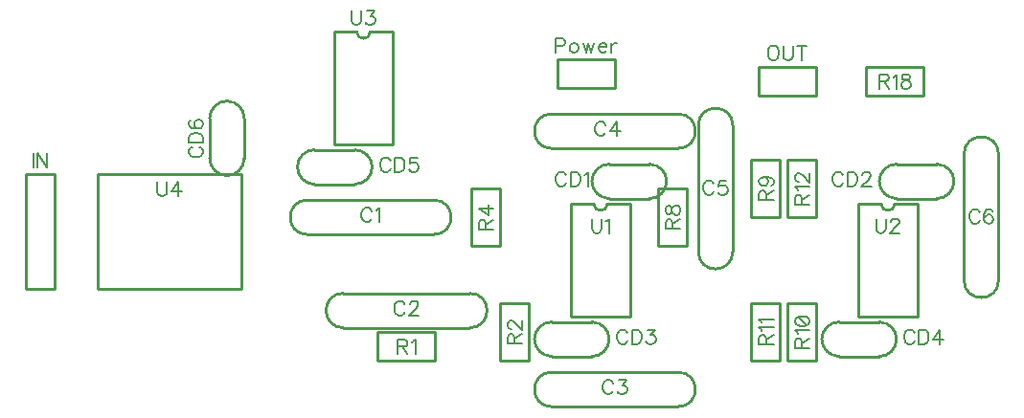
<source format=gbr>
G04 DipTrace 3.1.0.1*
G04 TopSilk.gbr*
%MOIN*%
G04 #@! TF.FileFunction,Legend,Top*
G04 #@! TF.Part,Single*
%ADD10C,0.009843*%
%ADD48C,0.00772*%
%FSLAX26Y26*%
G04*
G70*
G90*
G75*
G01*
G04 TopSilk*
%LPD*%
X1523621Y1133701D2*
D10*
X1963781D1*
X1523621Y1253701D2*
X1963781D1*
Y1133701D2*
G03X1963781Y1253701I-80J60000D01*
G01*
X1523621D2*
G03X1523621Y1133701I80J-60000D01*
G01*
X1648621Y808701D2*
X2088781D1*
X1648621Y928701D2*
X2088781D1*
Y808701D2*
G03X2088781Y928701I-80J60000D01*
G01*
X1648621D2*
G03X1648621Y808701I80J-60000D01*
G01*
X2813781Y653701D2*
X2373621D1*
X2813781Y533701D2*
X2373621D1*
Y653701D2*
G03X2373621Y533701I80J-60000D01*
G01*
X2813781D2*
G03X2813781Y653701I-80J60000D01*
G01*
Y1553701D2*
X2373621D1*
X2813781Y1433701D2*
X2373621D1*
Y1553701D2*
G03X2373621Y1433701I80J-60000D01*
G01*
X2813781D2*
G03X2813781Y1553701I-80J60000D01*
G01*
X2883701Y1513781D2*
Y1073621D1*
X3003701Y1513781D2*
Y1073621D1*
X2883701D2*
G03X3003701Y1073621I60000J80D01*
G01*
Y1513781D2*
G03X2883701Y1513781I-60000J-80D01*
G01*
X3808701Y1413781D2*
Y973621D1*
X3928701Y1413781D2*
Y973621D1*
X3808701D2*
G03X3928701Y973621I60000J80D01*
G01*
Y1413781D2*
G03X3808701Y1413781I-60000J-80D01*
G01*
X2713641Y1378701D2*
X2573761D1*
X2713641Y1258701D2*
X2573761D1*
Y1378701D2*
G03X2573761Y1258701I-60J-60000D01*
G01*
X2713641D2*
G03X2713641Y1378701I60J60000D01*
G01*
X3713641D2*
X3573761D1*
X3713641Y1258701D2*
X3573761D1*
Y1378701D2*
G03X3573761Y1258701I-60J-60000D01*
G01*
X3713641D2*
G03X3713641Y1378701I60J60000D01*
G01*
X2513641Y828701D2*
X2373761D1*
X2513641Y708701D2*
X2373761D1*
Y828701D2*
G03X2373761Y708701I-60J-60000D01*
G01*
X2513641D2*
G03X2513641Y828701I60J60000D01*
G01*
X3513641D2*
X3373761D1*
X3513641Y708701D2*
X3373761D1*
Y828701D2*
G03X3373761Y708701I-60J-60000D01*
G01*
X3513641D2*
G03X3513641Y828701I60J60000D01*
G01*
X1688641Y1428701D2*
X1548761D1*
X1688641Y1308701D2*
X1548761D1*
Y1428701D2*
G03X1548761Y1308701I-60J-60000D01*
G01*
X1688641D2*
G03X1688641Y1428701I60J60000D01*
G01*
X2593701Y1643701D2*
Y1743701D1*
X2393701Y1643701D2*
X2593701D1*
X2393701D2*
Y1743701D1*
X2593701D1*
X3293701Y1618701D2*
Y1718701D1*
X3093701Y1618701D2*
X3293701D1*
X3093701D2*
Y1718701D1*
X3293701D1*
X543701Y943701D2*
X643701D1*
X543701Y1343701D2*
Y943701D1*
X643701Y1343701D2*
Y943701D1*
X543701Y1343701D2*
X643701D1*
X1768881Y793701D2*
X1968521D1*
Y693701D2*
Y793701D1*
X1768881Y693701D2*
X1968521D1*
X1768881D2*
Y793701D1*
X2293701Y893521D2*
Y693881D1*
X2193701D2*
X2293701D1*
X2193701Y893521D2*
Y693881D1*
Y893521D2*
X2293701D1*
X2193701Y1293521D2*
Y1093881D1*
X2093701D2*
X2193701D1*
X2093701Y1293521D2*
Y1093881D1*
Y1293521D2*
X2193701D1*
X2743701Y1093881D2*
Y1293521D1*
X2843701D2*
X2743701D1*
X2843701Y1093881D2*
Y1293521D1*
Y1093881D2*
X2743701D1*
X3168701Y1393521D2*
Y1193881D1*
X3068701D2*
X3168701D1*
X3068701Y1393521D2*
Y1193881D1*
Y1393521D2*
X3168701D1*
X3193701Y693881D2*
Y893521D1*
X3293701D2*
X3193701D1*
X3293701Y693881D2*
Y893521D1*
Y693881D2*
X3193701D1*
X3068701D2*
Y893521D1*
X3168701D2*
X3068701D1*
X3168701Y693881D2*
Y893521D1*
Y693881D2*
X3068701D1*
X3193701Y1193881D2*
Y1393521D1*
X3293701D2*
X3193701D1*
X3293701Y1193881D2*
Y1393521D1*
Y1193881D2*
X3193701D1*
X3668521Y1618701D2*
X3468881D1*
Y1718701D2*
Y1618701D1*
X3668521Y1718701D2*
X3468881D1*
X3668521D2*
Y1618701D1*
X2646068Y1240551D2*
Y846851D1*
X2441334D2*
X2646068D1*
X2441334Y1240551D2*
Y846851D1*
Y1240551D2*
X2520075D1*
X2646068D2*
X2567327D1*
X2520075D2*
G03X2567327Y1240551I23626J4D01*
G01*
X3646068D2*
Y846851D1*
X3441334D2*
X3646068D1*
X3441334Y1240551D2*
Y846851D1*
Y1240551D2*
X3520075D1*
X3646068D2*
X3567327D1*
X3520075D2*
G03X3567327Y1240551I23626J4D01*
G01*
X1821068Y1840551D2*
Y1446851D1*
X1616334D2*
X1821068D1*
X1616334Y1840551D2*
Y1446851D1*
Y1840551D2*
X1695075D1*
X1821068D2*
X1742327D1*
X1695075D2*
G03X1742327Y1840551I23626J4D01*
G01*
X793701Y1343701D2*
X1293701D1*
Y943701D1*
X793701D1*
Y1343701D1*
X1303701Y1398761D2*
Y1538641D1*
X1183701Y1398761D2*
Y1538641D1*
X1303701D2*
G03X1183701Y1538641I-60000J60D01*
G01*
Y1398761D2*
G03X1303701Y1398761I60000J-60D01*
G01*
X1747920Y1214986D2*
D48*
X1745543Y1219739D1*
X1740735Y1224548D1*
X1735981Y1226924D1*
X1726420D1*
X1721611Y1224548D1*
X1716858Y1219739D1*
X1714426Y1214986D1*
X1712050Y1207801D1*
Y1195807D1*
X1714426Y1188678D1*
X1716858Y1183869D1*
X1721611Y1179116D1*
X1726420Y1176684D1*
X1735981D1*
X1740735Y1179116D1*
X1745543Y1183869D1*
X1747920Y1188678D1*
X1763359Y1217307D2*
X1768167Y1219739D1*
X1775352Y1226869D1*
Y1176684D1*
X1862170Y889986D2*
X1859793Y894739D1*
X1854985Y899548D1*
X1850231Y901924D1*
X1840670D1*
X1835861Y899548D1*
X1831108Y894739D1*
X1828676Y889986D1*
X1826300Y882801D1*
Y870807D1*
X1828676Y863678D1*
X1831108Y858869D1*
X1835861Y854116D1*
X1840670Y851684D1*
X1850231D1*
X1854985Y854116D1*
X1859793Y858869D1*
X1862170Y863678D1*
X1880041Y889931D2*
Y892307D1*
X1882417Y897116D1*
X1884794Y899492D1*
X1889602Y901869D1*
X1899164D1*
X1903917Y899492D1*
X1906294Y897116D1*
X1908726Y892307D1*
Y887554D1*
X1906294Y882746D1*
X1901541Y875616D1*
X1877609Y851684D1*
X1911102D1*
X2587170Y614986D2*
X2584793Y619739D1*
X2579985Y624548D1*
X2575231Y626924D1*
X2565670D1*
X2560861Y624548D1*
X2556108Y619739D1*
X2553676Y614986D1*
X2551300Y607801D1*
Y595807D1*
X2553676Y588678D1*
X2556108Y583869D1*
X2560861Y579116D1*
X2565670Y576684D1*
X2575231D1*
X2579985Y579116D1*
X2584793Y583869D1*
X2587170Y588678D1*
X2607417Y626869D2*
X2633670D1*
X2619356Y607746D1*
X2626541D1*
X2631294Y605369D1*
X2633670Y602992D1*
X2636102Y595807D1*
Y591054D1*
X2633670Y583869D1*
X2628917Y579061D1*
X2621732Y576684D1*
X2614547D1*
X2607417Y579061D1*
X2605041Y581493D1*
X2602609Y586246D1*
X2560981Y1514986D2*
X2558605Y1519739D1*
X2553796Y1524548D1*
X2549043Y1526924D1*
X2539482D1*
X2534673Y1524548D1*
X2529920Y1519739D1*
X2527488Y1514986D1*
X2525111Y1507801D1*
Y1495807D1*
X2527488Y1488678D1*
X2529920Y1483869D1*
X2534673Y1479116D1*
X2539482Y1476684D1*
X2549043D1*
X2553796Y1479116D1*
X2558605Y1483869D1*
X2560981Y1488678D1*
X2600352Y1476684D2*
Y1526869D1*
X2576421Y1493431D1*
X2612291D1*
X2937170Y1309986D2*
X2934793Y1314739D1*
X2929985Y1319547D1*
X2925231Y1321924D1*
X2915670D1*
X2910861Y1319547D1*
X2906108Y1314739D1*
X2903676Y1309986D1*
X2901300Y1302801D1*
Y1290807D1*
X2903676Y1283678D1*
X2906108Y1278869D1*
X2910861Y1274116D1*
X2915670Y1271684D1*
X2925231D1*
X2929985Y1274116D1*
X2934793Y1278869D1*
X2937170Y1283678D1*
X2981294Y1321869D2*
X2957417D1*
X2955041Y1300369D1*
X2957417Y1302746D1*
X2964602Y1305177D1*
X2971732D1*
X2978917Y1302746D1*
X2983726Y1297992D1*
X2986102Y1290807D1*
Y1286054D1*
X2983726Y1278869D1*
X2978917Y1274061D1*
X2971732Y1271684D1*
X2964602D1*
X2957417Y1274061D1*
X2955041Y1276493D1*
X2952609Y1281246D1*
X3863386Y1209986D2*
X3861009Y1214739D1*
X3856201Y1219547D1*
X3851447Y1221924D1*
X3841886D1*
X3837077Y1219547D1*
X3832324Y1214739D1*
X3829892Y1209986D1*
X3827516Y1202801D1*
Y1190807D1*
X3829892Y1183678D1*
X3832324Y1178869D1*
X3837077Y1174116D1*
X3841886Y1171684D1*
X3851447D1*
X3856201Y1174116D1*
X3861009Y1178869D1*
X3863386Y1183678D1*
X3907510Y1214739D2*
X3905133Y1219492D1*
X3897948Y1221869D1*
X3893195D1*
X3886010Y1219492D1*
X3881201Y1212307D1*
X3878825Y1200369D1*
Y1188431D1*
X3881201Y1178869D1*
X3886010Y1174061D1*
X3893195Y1171684D1*
X3895572D1*
X3902701Y1174061D1*
X3907510Y1178869D1*
X3909886Y1186054D1*
Y1188431D1*
X3907510Y1195616D1*
X3902701Y1200369D1*
X3895572Y1202746D1*
X3893195D1*
X3886010Y1200369D1*
X3881201Y1195616D1*
X3878825Y1188431D1*
X2423453Y1339986D2*
X2421077Y1344739D1*
X2416268Y1349548D1*
X2411515Y1351924D1*
X2401953D1*
X2397145Y1349548D1*
X2392392Y1344739D1*
X2389960Y1339986D1*
X2387583Y1332801D1*
Y1320807D1*
X2389960Y1313678D1*
X2392392Y1308869D1*
X2397145Y1304116D1*
X2401953Y1301684D1*
X2411515D1*
X2416268Y1304116D1*
X2421077Y1308869D1*
X2423453Y1313678D1*
X2438893Y1351924D2*
Y1301684D1*
X2455639D1*
X2462824Y1304116D1*
X2467633Y1308869D1*
X2470009Y1313678D1*
X2472386Y1320807D1*
Y1332801D1*
X2470009Y1339986D1*
X2467633Y1344739D1*
X2462824Y1349548D1*
X2455639Y1351924D1*
X2438893D1*
X2487825Y1342307D2*
X2492634Y1344739D1*
X2499819Y1351869D1*
Y1301684D1*
X3387703Y1339986D2*
X3385327Y1344739D1*
X3380518Y1349548D1*
X3375765Y1351924D1*
X3366204D1*
X3361395Y1349548D1*
X3356642Y1344739D1*
X3354210Y1339986D1*
X3351833Y1332801D1*
Y1320807D1*
X3354210Y1313678D1*
X3356642Y1308869D1*
X3361395Y1304116D1*
X3366204Y1301684D1*
X3375765D1*
X3380518Y1304116D1*
X3385327Y1308869D1*
X3387703Y1313678D1*
X3403143Y1351924D2*
Y1301684D1*
X3419889D1*
X3427074Y1304116D1*
X3431883Y1308869D1*
X3434259Y1313678D1*
X3436636Y1320807D1*
Y1332801D1*
X3434259Y1339986D1*
X3431883Y1344739D1*
X3427074Y1349548D1*
X3419889Y1351924D1*
X3403143D1*
X3454507Y1339931D2*
Y1342307D1*
X3456884Y1347116D1*
X3459260Y1349492D1*
X3464069Y1351869D1*
X3473630D1*
X3478384Y1349492D1*
X3480760Y1347116D1*
X3483192Y1342307D1*
Y1337554D1*
X3480760Y1332746D1*
X3476007Y1325616D1*
X3452075Y1301684D1*
X3485569D1*
X2637703Y789986D2*
X2635327Y794739D1*
X2630518Y799548D1*
X2625765Y801924D1*
X2616204D1*
X2611395Y799548D1*
X2606642Y794739D1*
X2604210Y789986D1*
X2601833Y782801D1*
Y770807D1*
X2604210Y763678D1*
X2606642Y758869D1*
X2611395Y754116D1*
X2616204Y751684D1*
X2625765D1*
X2630518Y754116D1*
X2635327Y758869D1*
X2637703Y763678D1*
X2653143Y801924D2*
Y751684D1*
X2669889D1*
X2677074Y754116D1*
X2681883Y758869D1*
X2684259Y763678D1*
X2686636Y770807D1*
Y782801D1*
X2684259Y789986D1*
X2681883Y794739D1*
X2677074Y799548D1*
X2669889Y801924D1*
X2653143D1*
X2706884Y801869D2*
X2733137D1*
X2718822Y782746D1*
X2726007D1*
X2730760Y780369D1*
X2733137Y777992D1*
X2735569Y770807D1*
Y766054D1*
X2733137Y758869D1*
X2728384Y754061D1*
X2721198Y751684D1*
X2714013D1*
X2706884Y754061D1*
X2704507Y756493D1*
X2702075Y761246D1*
X3636515Y789986D2*
X3634138Y794739D1*
X3629330Y799548D1*
X3624577Y801924D1*
X3615015D1*
X3610207Y799548D1*
X3605454Y794739D1*
X3603022Y789986D1*
X3600645Y782801D1*
Y770807D1*
X3603022Y763678D1*
X3605454Y758869D1*
X3610207Y754116D1*
X3615015Y751684D1*
X3624577D1*
X3629330Y754116D1*
X3634138Y758869D1*
X3636515Y763678D1*
X3651954Y801924D2*
Y751684D1*
X3668701D1*
X3675886Y754116D1*
X3680694Y758869D1*
X3683071Y763678D1*
X3685448Y770807D1*
Y782801D1*
X3683071Y789986D1*
X3680694Y794739D1*
X3675886Y799548D1*
X3668701Y801924D1*
X3651954D1*
X3724819Y751684D2*
Y801869D1*
X3700887Y768431D1*
X3736757D1*
X1812703Y1389986D2*
X1810327Y1394739D1*
X1805518Y1399548D1*
X1800765Y1401924D1*
X1791204D1*
X1786395Y1399548D1*
X1781642Y1394739D1*
X1779210Y1389986D1*
X1776833Y1382801D1*
Y1370807D1*
X1779210Y1363678D1*
X1781642Y1358869D1*
X1786395Y1354116D1*
X1791204Y1351684D1*
X1800765D1*
X1805518Y1354116D1*
X1810327Y1358869D1*
X1812703Y1363678D1*
X1828143Y1401924D2*
Y1351684D1*
X1844889D1*
X1852074Y1354116D1*
X1856883Y1358869D1*
X1859259Y1363678D1*
X1861636Y1370807D1*
Y1382801D1*
X1859259Y1389986D1*
X1856883Y1394739D1*
X1852074Y1399548D1*
X1844889Y1401924D1*
X1828143D1*
X1905760Y1401869D2*
X1881884D1*
X1879507Y1380369D1*
X1881884Y1382746D1*
X1889069Y1385177D1*
X1896198D1*
X1903384Y1382746D1*
X1908192Y1377992D1*
X1910569Y1370807D1*
Y1366054D1*
X1908192Y1358869D1*
X1903384Y1354061D1*
X1896198Y1351684D1*
X1889069D1*
X1881884Y1354061D1*
X1879507Y1356493D1*
X1877075Y1361246D1*
X2387462Y1790616D2*
X2409018D1*
X2416147Y1792992D1*
X2418579Y1795424D1*
X2420956Y1800177D1*
Y1807362D1*
X2418579Y1812116D1*
X2416147Y1814547D1*
X2409018Y1816924D1*
X2387462D1*
Y1766684D1*
X2448333Y1800177D2*
X2443580Y1797801D1*
X2438772Y1792992D1*
X2436395Y1785807D1*
Y1781054D1*
X2438772Y1773869D1*
X2443580Y1769116D1*
X2448333Y1766684D1*
X2455518D1*
X2460327Y1769116D1*
X2465080Y1773869D1*
X2467512Y1781054D1*
Y1785807D1*
X2465080Y1792992D1*
X2460327Y1797801D1*
X2455518Y1800177D1*
X2448333D1*
X2482951D2*
X2492513Y1766684D1*
X2502074Y1800177D1*
X2511636Y1766684D1*
X2521198Y1800177D1*
X2536637Y1785807D2*
X2565322D1*
Y1790616D1*
X2562945Y1795424D1*
X2560569Y1797801D1*
X2555760Y1800177D1*
X2548575D1*
X2543822Y1797801D1*
X2539013Y1792992D1*
X2536637Y1785807D1*
Y1781054D1*
X2539013Y1773869D1*
X2543822Y1769116D1*
X2548575Y1766684D1*
X2555760D1*
X2560569Y1769116D1*
X2565322Y1773869D1*
X2580761Y1800177D2*
Y1766684D1*
Y1785807D2*
X2583193Y1792992D1*
X2587946Y1797801D1*
X2592754Y1800177D1*
X2599940D1*
X3140015Y1791924D2*
X3135207Y1789547D1*
X3130454Y1784739D1*
X3128022Y1779986D1*
X3125645Y1772801D1*
Y1760807D1*
X3128022Y1753678D1*
X3130454Y1748869D1*
X3135207Y1744116D1*
X3140015Y1741684D1*
X3149577D1*
X3154330Y1744116D1*
X3159138Y1748869D1*
X3161515Y1753678D1*
X3163892Y1760807D1*
Y1772801D1*
X3161515Y1779986D1*
X3159138Y1784739D1*
X3154330Y1789547D1*
X3149577Y1791924D1*
X3140015D1*
X3179331D2*
Y1756054D1*
X3181708Y1748869D1*
X3186516Y1744116D1*
X3193701Y1741684D1*
X3198454D1*
X3205639Y1744116D1*
X3210448Y1748869D1*
X3212824Y1756054D1*
Y1791924D1*
X3245010D2*
Y1741684D1*
X3228264Y1791924D2*
X3261757D1*
X569235Y1416924D2*
Y1366684D1*
X618167Y1416924D2*
Y1366684D1*
X584674Y1416924D1*
Y1366684D1*
X1838238Y742992D2*
X1859738D1*
X1866923Y745424D1*
X1869355Y747801D1*
X1871731Y752554D1*
Y757362D1*
X1869355Y762116D1*
X1866923Y764547D1*
X1859738Y766924D1*
X1838238D1*
Y716684D1*
X1854985Y742992D2*
X1871731Y716684D1*
X1887171Y757307D2*
X1891979Y759739D1*
X1899164Y766869D1*
Y716684D1*
X2244410Y752488D2*
Y773988D1*
X2241978Y781173D1*
X2239601Y783605D1*
X2234848Y785981D1*
X2230040D1*
X2225286Y783605D1*
X2222855Y781173D1*
X2220478Y773988D1*
Y752488D1*
X2270718D1*
X2244410Y769235D2*
X2270718Y785981D1*
X2232471Y803853D2*
X2230095D1*
X2225286Y806229D1*
X2222910Y808606D1*
X2220533Y813414D1*
Y822976D1*
X2222910Y827729D1*
X2225286Y830106D1*
X2230095Y832537D1*
X2234848D1*
X2239657Y830106D1*
X2246786Y825352D1*
X2270718Y801421D1*
Y834914D1*
X2144410Y1151300D2*
Y1172800D1*
X2141978Y1179985D1*
X2139601Y1182417D1*
X2134848Y1184793D1*
X2130040D1*
X2125286Y1182417D1*
X2122855Y1179985D1*
X2120478Y1172800D1*
Y1151300D1*
X2170718D1*
X2144410Y1168047D2*
X2170718Y1184793D1*
Y1224164D2*
X2120533D1*
X2153971Y1200232D1*
Y1236102D1*
X2794410Y1152516D2*
Y1174016D1*
X2791978Y1181201D1*
X2789601Y1183633D1*
X2784848Y1186009D1*
X2780040D1*
X2775286Y1183633D1*
X2772855Y1181201D1*
X2770478Y1174016D1*
Y1152516D1*
X2820718D1*
X2794410Y1169262D2*
X2820718Y1186009D1*
X2770533Y1213387D2*
X2772910Y1206257D1*
X2777663Y1203825D1*
X2782471D1*
X2787225Y1206257D1*
X2789657Y1211010D1*
X2792033Y1220572D1*
X2794410Y1227757D1*
X2799218Y1232510D1*
X2803971Y1234886D1*
X2811156D1*
X2815910Y1232510D1*
X2818341Y1230133D1*
X2820718Y1222948D1*
Y1213386D1*
X2818341Y1206257D1*
X2815910Y1203825D1*
X2811156Y1201448D1*
X2803971D1*
X2799218Y1203825D1*
X2794410Y1208633D1*
X2792033Y1215763D1*
X2789657Y1225325D1*
X2787225Y1230133D1*
X2782471Y1232510D1*
X2777663D1*
X2772910Y1230133D1*
X2770533Y1222948D1*
Y1213387D1*
X3119410Y1253676D2*
Y1275176D1*
X3116978Y1282361D1*
X3114601Y1284793D1*
X3109848Y1287170D1*
X3105040D1*
X3100286Y1284793D1*
X3097855Y1282361D1*
X3095478Y1275176D1*
Y1253676D1*
X3145718D1*
X3119410Y1270423D2*
X3145718Y1287170D1*
X3112225Y1333726D2*
X3119410Y1331294D1*
X3124218Y1326541D1*
X3126595Y1319356D1*
Y1316979D1*
X3124218Y1309794D1*
X3119410Y1305041D1*
X3112225Y1302609D1*
X3109848D1*
X3102663Y1305041D1*
X3097910Y1309794D1*
X3095533Y1316979D1*
Y1319356D1*
X3097910Y1326541D1*
X3102663Y1331294D1*
X3112225Y1333726D1*
X3124218D1*
X3136156Y1331294D1*
X3143341Y1326541D1*
X3145718Y1319356D1*
Y1314602D1*
X3143341Y1307417D1*
X3138533Y1305041D1*
X3244410Y738772D2*
Y760272D1*
X3241978Y767457D1*
X3239601Y769889D1*
X3234848Y772265D1*
X3230040D1*
X3225286Y769889D1*
X3222855Y767457D1*
X3220478Y760272D1*
Y738772D1*
X3270718D1*
X3244410Y755518D2*
X3270718Y772265D1*
X3230095Y787704D2*
X3227663Y792513D1*
X3220533Y799698D1*
X3270718D1*
X3220533Y829507D2*
X3222910Y822322D1*
X3230095Y817514D1*
X3242033Y815137D1*
X3249218D1*
X3261156Y817514D1*
X3268341Y822322D1*
X3270718Y829507D1*
Y834260D1*
X3268341Y841445D1*
X3261156Y846198D1*
X3249218Y848630D1*
X3242033D1*
X3230095Y846198D1*
X3222910Y841445D1*
X3220533Y834260D1*
Y829507D1*
X3230095Y846198D2*
X3261156Y817514D1*
X3119410Y749522D2*
Y771022D1*
X3116978Y778207D1*
X3114601Y780638D1*
X3109848Y783015D1*
X3105040D1*
X3100286Y780638D1*
X3097855Y778207D1*
X3095478Y771022D1*
Y749522D1*
X3145718D1*
X3119410Y766268D2*
X3145718Y783015D1*
X3105095Y798454D2*
X3102663Y803263D1*
X3095533Y810448D1*
X3145718D1*
X3105095Y825887D2*
X3102663Y830695D1*
X3095533Y837880D1*
X3145718D1*
X3244410Y1238772D2*
Y1260272D1*
X3241978Y1267457D1*
X3239601Y1269889D1*
X3234848Y1272265D1*
X3230040D1*
X3225286Y1269889D1*
X3222855Y1267457D1*
X3220478Y1260272D1*
Y1238772D1*
X3270718D1*
X3244410Y1255518D2*
X3270718Y1272265D1*
X3230095Y1287704D2*
X3227663Y1292513D1*
X3220533Y1299698D1*
X3270718D1*
X3232471Y1317569D2*
X3230095D1*
X3225286Y1319945D1*
X3222910Y1322322D1*
X3220533Y1327131D1*
Y1336692D1*
X3222910Y1341445D1*
X3225286Y1343822D1*
X3230095Y1346254D1*
X3234848D1*
X3239657Y1343822D1*
X3246786Y1339069D1*
X3270718Y1315137D1*
Y1348630D1*
X3513799Y1667992D2*
X3535299D1*
X3542484Y1670424D1*
X3544916Y1672801D1*
X3547293Y1677554D1*
Y1682362D1*
X3544916Y1687116D1*
X3542484Y1689547D1*
X3535299Y1691924D1*
X3513799D1*
Y1641684D1*
X3530546Y1667992D2*
X3547293Y1641684D1*
X3562732Y1682307D2*
X3567540Y1684739D1*
X3574725Y1691869D1*
Y1641684D1*
X3602103Y1691869D2*
X3594973Y1689492D1*
X3592541Y1684739D1*
Y1679931D1*
X3594973Y1675177D1*
X3599726Y1672746D1*
X3609288Y1670369D1*
X3616473Y1667992D1*
X3621226Y1663184D1*
X3623603Y1658431D1*
Y1651246D1*
X3621226Y1646493D1*
X3618850Y1644061D1*
X3611664Y1641684D1*
X3602103D1*
X3594973Y1644061D1*
X3592541Y1646493D1*
X3590165Y1651246D1*
Y1658431D1*
X3592541Y1663184D1*
X3597350Y1667992D1*
X3604479Y1670369D1*
X3614041Y1672746D1*
X3618850Y1675177D1*
X3621226Y1679931D1*
Y1684739D1*
X3618850Y1689492D1*
X3611664Y1691869D1*
X3602103D1*
X2513238Y1188774D2*
Y1152905D1*
X2515615Y1145720D1*
X2520423Y1140966D1*
X2527608Y1138534D1*
X2532361D1*
X2539546Y1140966D1*
X2544355Y1145720D1*
X2546731Y1152905D1*
Y1188774D1*
X2562171Y1179158D2*
X2566979Y1181589D1*
X2574164Y1188719D1*
Y1138534D1*
X3502488Y1188774D2*
Y1152905D1*
X3504865Y1145720D1*
X3509673Y1140966D1*
X3516858Y1138534D1*
X3521611D1*
X3528796Y1140966D1*
X3533605Y1145720D1*
X3535981Y1152905D1*
Y1188774D1*
X3553852Y1176781D2*
Y1179158D1*
X3556229Y1183966D1*
X3558606Y1186343D1*
X3563414Y1188719D1*
X3572976D1*
X3577729Y1186343D1*
X3580106Y1183966D1*
X3582537Y1179158D1*
Y1174404D1*
X3580106Y1169596D1*
X3575352Y1162466D1*
X3551421Y1138534D1*
X3584914D1*
X1677488Y1913774D2*
Y1877905D1*
X1679865Y1870720D1*
X1684673Y1865966D1*
X1691858Y1863534D1*
X1696611D1*
X1703796Y1865966D1*
X1708605Y1870720D1*
X1710981Y1877905D1*
Y1913774D1*
X1731229Y1913719D2*
X1757482D1*
X1743167Y1894596D1*
X1750352D1*
X1755106Y1892219D1*
X1757482Y1889843D1*
X1759914Y1882658D1*
Y1877905D1*
X1757482Y1870720D1*
X1752729Y1865911D1*
X1745544Y1863534D1*
X1738359D1*
X1731229Y1865911D1*
X1728852Y1868343D1*
X1726421Y1873096D1*
X1001300Y1316924D2*
Y1281054D1*
X1003676Y1273869D1*
X1008485Y1269116D1*
X1015670Y1266684D1*
X1020423D1*
X1027608Y1269116D1*
X1032416Y1273869D1*
X1034793Y1281054D1*
Y1316924D1*
X1074164Y1266684D2*
Y1316869D1*
X1050232Y1283431D1*
X1086102D1*
X1122416Y1438919D2*
X1117663Y1436543D1*
X1112855Y1431734D1*
X1110478Y1426981D1*
Y1417420D1*
X1112855Y1412611D1*
X1117663Y1407858D1*
X1122416Y1405426D1*
X1129601Y1403050D1*
X1141595D1*
X1148724Y1405426D1*
X1153533Y1407858D1*
X1158286Y1412611D1*
X1160718Y1417420D1*
Y1426981D1*
X1158286Y1431734D1*
X1153533Y1436543D1*
X1148724Y1438919D1*
X1110478Y1454359D2*
X1160718D1*
Y1471105D1*
X1158286Y1478290D1*
X1153533Y1483099D1*
X1148724Y1485475D1*
X1141595Y1487852D1*
X1129601D1*
X1122416Y1485475D1*
X1117663Y1483099D1*
X1112855Y1478290D1*
X1110478Y1471105D1*
Y1454359D1*
X1117663Y1531976D2*
X1112910Y1529599D1*
X1110533Y1522414D1*
Y1517661D1*
X1112910Y1510476D1*
X1120095Y1505668D1*
X1132033Y1503291D1*
X1143971D1*
X1153533Y1505668D1*
X1158341Y1510476D1*
X1160718Y1517661D1*
Y1520038D1*
X1158341Y1527168D1*
X1153533Y1531976D1*
X1146348Y1534353D1*
X1143971D1*
X1136786Y1531976D1*
X1132033Y1527168D1*
X1129656Y1520038D1*
Y1517661D1*
X1132033Y1510476D1*
X1136786Y1505668D1*
X1143971Y1503291D1*
M02*

</source>
